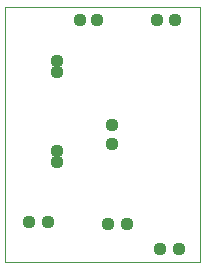
<source format=gbs>
G75*
%MOIN*%
%OFA0B0*%
%FSLAX24Y24*%
%IPPOS*%
%LPD*%
%AMOC8*
5,1,8,0,0,1.08239X$1,22.5*
%
%ADD10C,0.0000*%
%ADD11C,0.0437*%
D10*
X002392Y002517D02*
X002392Y011017D01*
X008892Y011017D01*
X008892Y002517D01*
X002392Y002517D01*
D11*
X003204Y003829D03*
X003829Y003829D03*
X004142Y005829D03*
X004142Y006204D03*
X005954Y006454D03*
X005954Y007079D03*
X004142Y008829D03*
X004142Y009204D03*
X004892Y010579D03*
X005454Y010579D03*
X007454Y010579D03*
X008079Y010579D03*
X006454Y003767D03*
X005829Y003767D03*
X007579Y002954D03*
X008204Y002954D03*
M02*

</source>
